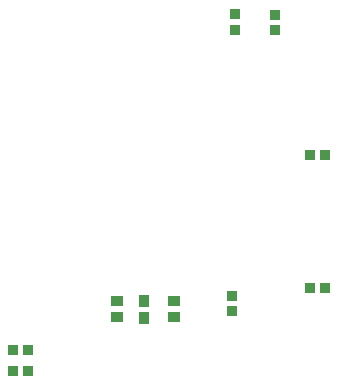
<source format=gbp>
G04*
G04 #@! TF.GenerationSoftware,Altium Limited,Altium Designer,25.2.1 (25)*
G04*
G04 Layer_Color=128*
%FSLAX25Y25*%
%MOIN*%
G70*
G04*
G04 #@! TF.SameCoordinates,AD5E336D-F693-4BD2-921A-DB4C2101B080*
G04*
G04*
G04 #@! TF.FilePolarity,Positive*
G04*
G01*
G75*
%ADD26R,0.03937X0.03543*%
%ADD28R,0.03812X0.03963*%
%ADD35R,0.03740X0.03347*%
%ADD36R,0.03347X0.03740*%
D26*
X143917Y35847D02*
D03*
Y30532D02*
D03*
X125138Y30532D02*
D03*
Y35847D02*
D03*
D28*
X133898Y36047D02*
D03*
Y30331D02*
D03*
D35*
X177756Y126221D02*
D03*
Y131339D02*
D03*
X164370Y126378D02*
D03*
Y131496D02*
D03*
X163481Y37618D02*
D03*
Y32500D02*
D03*
D36*
X95492Y19508D02*
D03*
X90374D02*
D03*
X90374Y12524D02*
D03*
X95492D02*
D03*
X194334Y40354D02*
D03*
X189215D02*
D03*
X194334Y84646D02*
D03*
X189215D02*
D03*
M02*

</source>
